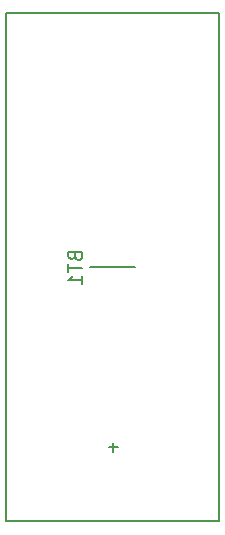
<source format=gbo>
G04 #@! TF.FileFunction,Legend,Bot*
%FSLAX46Y46*%
G04 Gerber Fmt 4.6, Leading zero omitted, Abs format (unit mm)*
G04 Created by KiCad (PCBNEW 4.0.2-stable) date 4/1/2016 8:20:13 PM*
%MOMM*%
G01*
G04 APERTURE LIST*
%ADD10C,0.100000*%
%ADD11C,0.150000*%
G04 APERTURE END LIST*
D10*
D11*
X100220000Y-115480000D02*
X100220000Y-72480000D01*
X118220000Y-72480000D02*
X100220000Y-72480000D01*
X118220000Y-115480000D02*
X118220000Y-72480000D01*
X100220000Y-115480000D02*
X118220000Y-115480000D01*
X111120000Y-93980000D02*
X107320000Y-93980000D01*
X106034286Y-93037143D02*
X106091429Y-93208572D01*
X106148571Y-93265715D01*
X106262857Y-93322858D01*
X106434286Y-93322858D01*
X106548571Y-93265715D01*
X106605714Y-93208572D01*
X106662857Y-93094286D01*
X106662857Y-92637143D01*
X105462857Y-92637143D01*
X105462857Y-93037143D01*
X105520000Y-93151429D01*
X105577143Y-93208572D01*
X105691429Y-93265715D01*
X105805714Y-93265715D01*
X105920000Y-93208572D01*
X105977143Y-93151429D01*
X106034286Y-93037143D01*
X106034286Y-92637143D01*
X105462857Y-93665715D02*
X105462857Y-94351429D01*
X106662857Y-94008572D02*
X105462857Y-94008572D01*
X106662857Y-95380001D02*
X106662857Y-94694286D01*
X106662857Y-95037144D02*
X105462857Y-95037144D01*
X105634286Y-94922858D01*
X105748571Y-94808572D01*
X105805714Y-94694286D01*
X109291429Y-108839048D02*
X109291429Y-109600953D01*
X109672381Y-109220001D02*
X108910476Y-109220001D01*
M02*

</source>
